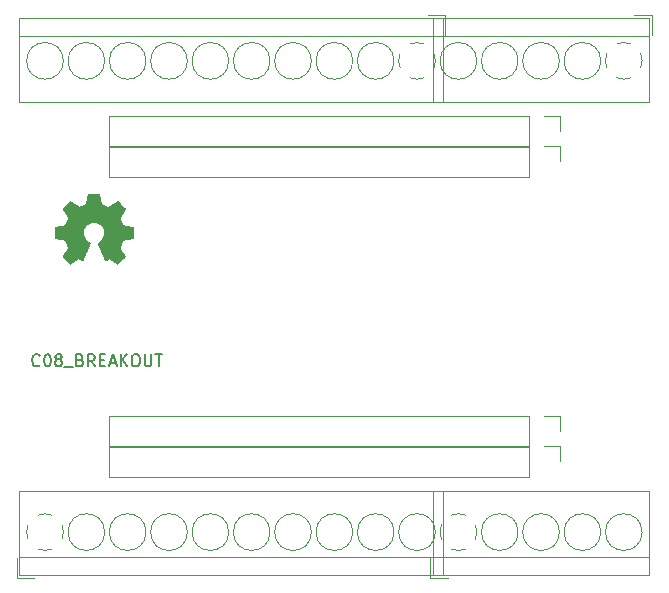
<source format=gbr>
G04 #@! TF.GenerationSoftware,KiCad,Pcbnew,5.1.5-52549c5~86~ubuntu18.04.1*
G04 #@! TF.CreationDate,2020-09-23T16:05:52-05:00*
G04 #@! TF.ProjectId,C08,4330382e-6b69-4636-9164-5f7063625858,rev?*
G04 #@! TF.SameCoordinates,Original*
G04 #@! TF.FileFunction,Legend,Top*
G04 #@! TF.FilePolarity,Positive*
%FSLAX46Y46*%
G04 Gerber Fmt 4.6, Leading zero omitted, Abs format (unit mm)*
G04 Created by KiCad (PCBNEW 5.1.5-52549c5~86~ubuntu18.04.1) date 2020-09-23 16:05:52*
%MOMM*%
%LPD*%
G04 APERTURE LIST*
%ADD10C,0.150000*%
%ADD11C,0.120000*%
%ADD12C,0.010000*%
G04 APERTURE END LIST*
D10*
X24249666Y-49937942D02*
X24202047Y-49985561D01*
X24059190Y-50033180D01*
X23963952Y-50033180D01*
X23821095Y-49985561D01*
X23725857Y-49890323D01*
X23678238Y-49795085D01*
X23630619Y-49604609D01*
X23630619Y-49461752D01*
X23678238Y-49271276D01*
X23725857Y-49176038D01*
X23821095Y-49080800D01*
X23963952Y-49033180D01*
X24059190Y-49033180D01*
X24202047Y-49080800D01*
X24249666Y-49128419D01*
X24868714Y-49033180D02*
X24963952Y-49033180D01*
X25059190Y-49080800D01*
X25106809Y-49128419D01*
X25154428Y-49223657D01*
X25202047Y-49414133D01*
X25202047Y-49652228D01*
X25154428Y-49842704D01*
X25106809Y-49937942D01*
X25059190Y-49985561D01*
X24963952Y-50033180D01*
X24868714Y-50033180D01*
X24773476Y-49985561D01*
X24725857Y-49937942D01*
X24678238Y-49842704D01*
X24630619Y-49652228D01*
X24630619Y-49414133D01*
X24678238Y-49223657D01*
X24725857Y-49128419D01*
X24773476Y-49080800D01*
X24868714Y-49033180D01*
X25773476Y-49461752D02*
X25678238Y-49414133D01*
X25630619Y-49366514D01*
X25583000Y-49271276D01*
X25583000Y-49223657D01*
X25630619Y-49128419D01*
X25678238Y-49080800D01*
X25773476Y-49033180D01*
X25963952Y-49033180D01*
X26059190Y-49080800D01*
X26106809Y-49128419D01*
X26154428Y-49223657D01*
X26154428Y-49271276D01*
X26106809Y-49366514D01*
X26059190Y-49414133D01*
X25963952Y-49461752D01*
X25773476Y-49461752D01*
X25678238Y-49509371D01*
X25630619Y-49556990D01*
X25583000Y-49652228D01*
X25583000Y-49842704D01*
X25630619Y-49937942D01*
X25678238Y-49985561D01*
X25773476Y-50033180D01*
X25963952Y-50033180D01*
X26059190Y-49985561D01*
X26106809Y-49937942D01*
X26154428Y-49842704D01*
X26154428Y-49652228D01*
X26106809Y-49556990D01*
X26059190Y-49509371D01*
X25963952Y-49461752D01*
X26344904Y-50128419D02*
X27106809Y-50128419D01*
X27678238Y-49509371D02*
X27821095Y-49556990D01*
X27868714Y-49604609D01*
X27916333Y-49699847D01*
X27916333Y-49842704D01*
X27868714Y-49937942D01*
X27821095Y-49985561D01*
X27725857Y-50033180D01*
X27344904Y-50033180D01*
X27344904Y-49033180D01*
X27678238Y-49033180D01*
X27773476Y-49080800D01*
X27821095Y-49128419D01*
X27868714Y-49223657D01*
X27868714Y-49318895D01*
X27821095Y-49414133D01*
X27773476Y-49461752D01*
X27678238Y-49509371D01*
X27344904Y-49509371D01*
X28916333Y-50033180D02*
X28583000Y-49556990D01*
X28344904Y-50033180D02*
X28344904Y-49033180D01*
X28725857Y-49033180D01*
X28821095Y-49080800D01*
X28868714Y-49128419D01*
X28916333Y-49223657D01*
X28916333Y-49366514D01*
X28868714Y-49461752D01*
X28821095Y-49509371D01*
X28725857Y-49556990D01*
X28344904Y-49556990D01*
X29344904Y-49509371D02*
X29678238Y-49509371D01*
X29821095Y-50033180D02*
X29344904Y-50033180D01*
X29344904Y-49033180D01*
X29821095Y-49033180D01*
X30202047Y-49747466D02*
X30678238Y-49747466D01*
X30106809Y-50033180D02*
X30440142Y-49033180D01*
X30773476Y-50033180D01*
X31106809Y-50033180D02*
X31106809Y-49033180D01*
X31678238Y-50033180D02*
X31249666Y-49461752D01*
X31678238Y-49033180D02*
X31106809Y-49604609D01*
X32297285Y-49033180D02*
X32487761Y-49033180D01*
X32583000Y-49080800D01*
X32678238Y-49176038D01*
X32725857Y-49366514D01*
X32725857Y-49699847D01*
X32678238Y-49890323D01*
X32583000Y-49985561D01*
X32487761Y-50033180D01*
X32297285Y-50033180D01*
X32202047Y-49985561D01*
X32106809Y-49890323D01*
X32059190Y-49699847D01*
X32059190Y-49366514D01*
X32106809Y-49176038D01*
X32202047Y-49080800D01*
X32297285Y-49033180D01*
X33154428Y-49033180D02*
X33154428Y-49842704D01*
X33202047Y-49937942D01*
X33249666Y-49985561D01*
X33344904Y-50033180D01*
X33535380Y-50033180D01*
X33630619Y-49985561D01*
X33678238Y-49937942D01*
X33725857Y-49842704D01*
X33725857Y-49033180D01*
X34059190Y-49033180D02*
X34630619Y-49033180D01*
X34344904Y-50033180D02*
X34344904Y-49033180D01*
D11*
X68320000Y-54230000D02*
X68320000Y-55560000D01*
X66990000Y-54230000D02*
X68320000Y-54230000D01*
X65720000Y-54230000D02*
X65720000Y-56890000D01*
X65720000Y-56890000D02*
X30100000Y-56890000D01*
X65720000Y-54230000D02*
X30100000Y-54230000D01*
X30100000Y-54230000D02*
X30100000Y-56890000D01*
X68320000Y-31370000D02*
X68320000Y-32700000D01*
X66990000Y-31370000D02*
X68320000Y-31370000D01*
X65720000Y-31370000D02*
X65720000Y-34030000D01*
X65720000Y-34030000D02*
X30100000Y-34030000D01*
X65720000Y-31370000D02*
X30100000Y-31370000D01*
X30100000Y-31370000D02*
X30100000Y-34030000D01*
X57310000Y-67979200D02*
X58810000Y-67979200D01*
X57310000Y-66239200D02*
X57310000Y-67979200D01*
X75870000Y-60619200D02*
X75870000Y-67739200D01*
X57550000Y-60619200D02*
X57550000Y-67739200D01*
X57550000Y-67739200D02*
X75870000Y-67739200D01*
X57550000Y-60619200D02*
X75870000Y-60619200D01*
X57550000Y-66179200D02*
X75870000Y-66179200D01*
X75265000Y-64079200D02*
G75*
G03X75265000Y-64079200I-1555000J0D01*
G01*
X71765000Y-64079200D02*
G75*
G03X71765000Y-64079200I-1555000J0D01*
G01*
X68265000Y-64079200D02*
G75*
G03X68265000Y-64079200I-1555000J0D01*
G01*
X64765000Y-64079200D02*
G75*
G03X64765000Y-64079200I-1555000J0D01*
G01*
X59737011Y-65634692D02*
G75*
G02X59102000Y-65511200I-27011J1555492D01*
G01*
X58277891Y-64686942D02*
G75*
G02X58278000Y-63471200I1432109J607742D01*
G01*
X59102258Y-62647091D02*
G75*
G02X60318000Y-62647200I607742J-1432109D01*
G01*
X61142109Y-63471458D02*
G75*
G02X61142000Y-64687200I-1432109J-607742D01*
G01*
X60317587Y-65510585D02*
G75*
G02X59710000Y-65634200I-607587J1431385D01*
G01*
X68320000Y-56770000D02*
X68320000Y-58100000D01*
X66990000Y-56770000D02*
X68320000Y-56770000D01*
X65720000Y-56770000D02*
X65720000Y-59430000D01*
X65720000Y-59430000D02*
X30100000Y-59430000D01*
X65720000Y-56770000D02*
X30100000Y-56770000D01*
X30100000Y-56770000D02*
X30100000Y-59430000D01*
X68320000Y-28830000D02*
X68320000Y-30160000D01*
X66990000Y-28830000D02*
X68320000Y-28830000D01*
X65720000Y-28830000D02*
X65720000Y-31490000D01*
X65720000Y-31490000D02*
X30100000Y-31490000D01*
X65720000Y-28830000D02*
X30100000Y-28830000D01*
X30100000Y-28830000D02*
X30100000Y-31490000D01*
X76110000Y-20280800D02*
X74610000Y-20280800D01*
X76110000Y-22020800D02*
X76110000Y-20280800D01*
X57550000Y-27640800D02*
X57550000Y-20520800D01*
X75870000Y-27640800D02*
X75870000Y-20520800D01*
X75870000Y-20520800D02*
X57550000Y-20520800D01*
X75870000Y-27640800D02*
X57550000Y-27640800D01*
X75870000Y-22080800D02*
X57550000Y-22080800D01*
X61265000Y-24180800D02*
G75*
G03X61265000Y-24180800I-1555000J0D01*
G01*
X64765000Y-24180800D02*
G75*
G03X64765000Y-24180800I-1555000J0D01*
G01*
X68265000Y-24180800D02*
G75*
G03X68265000Y-24180800I-1555000J0D01*
G01*
X71765000Y-24180800D02*
G75*
G03X71765000Y-24180800I-1555000J0D01*
G01*
X73682989Y-22625308D02*
G75*
G02X74318000Y-22748800I27011J-1555492D01*
G01*
X75142109Y-23573058D02*
G75*
G02X75142000Y-24788800I-1432109J-607742D01*
G01*
X74317742Y-25612909D02*
G75*
G02X73102000Y-25612800I-607742J1432109D01*
G01*
X72277891Y-24788542D02*
G75*
G02X72278000Y-23572800I1432109J607742D01*
G01*
X73102413Y-22749415D02*
G75*
G02X73710000Y-22625800I607587J-1431385D01*
G01*
D12*
G36*
X29384814Y-35873731D02*
G01*
X29468635Y-36318355D01*
X29777920Y-36445853D01*
X30087206Y-36573351D01*
X30458246Y-36321046D01*
X30562157Y-36250796D01*
X30656087Y-36188072D01*
X30735652Y-36135738D01*
X30796470Y-36096657D01*
X30834157Y-36073693D01*
X30844421Y-36068742D01*
X30862910Y-36081476D01*
X30902420Y-36116682D01*
X30958522Y-36169862D01*
X31026787Y-36236518D01*
X31102786Y-36312154D01*
X31182092Y-36392272D01*
X31260275Y-36472374D01*
X31332907Y-36547964D01*
X31395559Y-36614545D01*
X31443803Y-36667618D01*
X31473210Y-36702687D01*
X31480241Y-36714423D01*
X31470123Y-36736060D01*
X31441759Y-36783462D01*
X31398129Y-36851993D01*
X31342218Y-36937015D01*
X31277006Y-37033893D01*
X31239219Y-37089150D01*
X31170343Y-37190048D01*
X31109140Y-37281099D01*
X31058578Y-37357770D01*
X31021628Y-37415528D01*
X31001258Y-37449843D01*
X30998197Y-37457054D01*
X31005136Y-37477548D01*
X31024051Y-37525313D01*
X31052087Y-37593632D01*
X31086391Y-37675789D01*
X31124109Y-37765070D01*
X31162387Y-37854758D01*
X31198370Y-37938138D01*
X31229206Y-38008494D01*
X31252039Y-38059110D01*
X31264017Y-38083271D01*
X31264724Y-38084222D01*
X31283531Y-38088836D01*
X31333618Y-38099128D01*
X31409793Y-38114087D01*
X31506865Y-38132701D01*
X31619643Y-38153959D01*
X31685442Y-38166218D01*
X31805950Y-38189162D01*
X31914797Y-38210995D01*
X32006476Y-38230522D01*
X32075481Y-38246548D01*
X32116304Y-38257879D01*
X32124511Y-38261474D01*
X32132548Y-38285806D01*
X32139033Y-38340759D01*
X32143970Y-38419908D01*
X32147364Y-38516826D01*
X32149218Y-38625087D01*
X32149538Y-38738265D01*
X32148327Y-38849935D01*
X32145590Y-38953668D01*
X32141331Y-39043041D01*
X32135555Y-39111626D01*
X32128267Y-39152997D01*
X32123895Y-39161610D01*
X32097764Y-39171933D01*
X32042393Y-39186692D01*
X31965107Y-39204152D01*
X31873230Y-39222580D01*
X31841158Y-39228541D01*
X31686524Y-39256866D01*
X31564375Y-39279676D01*
X31470673Y-39297880D01*
X31401384Y-39312383D01*
X31352471Y-39324092D01*
X31319897Y-39333915D01*
X31299628Y-39342756D01*
X31287626Y-39351524D01*
X31285947Y-39353257D01*
X31269184Y-39381171D01*
X31243614Y-39435495D01*
X31211788Y-39509577D01*
X31176260Y-39596765D01*
X31139583Y-39690408D01*
X31104311Y-39783852D01*
X31072996Y-39870447D01*
X31048193Y-39943540D01*
X31032454Y-39996478D01*
X31028332Y-40022611D01*
X31028676Y-40023526D01*
X31042641Y-40044886D01*
X31074322Y-40091884D01*
X31120391Y-40159627D01*
X31177518Y-40243223D01*
X31242373Y-40337782D01*
X31260843Y-40364654D01*
X31326699Y-40462075D01*
X31384650Y-40550963D01*
X31431538Y-40626212D01*
X31464207Y-40682720D01*
X31479500Y-40715381D01*
X31480241Y-40719393D01*
X31467392Y-40740484D01*
X31431888Y-40782264D01*
X31378293Y-40840245D01*
X31311171Y-40909935D01*
X31235087Y-40986845D01*
X31154604Y-41066483D01*
X31074287Y-41144361D01*
X30998699Y-41215986D01*
X30932405Y-41276870D01*
X30879969Y-41322521D01*
X30845955Y-41348450D01*
X30836545Y-41352683D01*
X30814643Y-41342712D01*
X30769800Y-41315820D01*
X30709321Y-41276536D01*
X30662789Y-41244917D01*
X30578475Y-41186898D01*
X30478626Y-41118584D01*
X30378473Y-41050379D01*
X30324627Y-41013875D01*
X30142371Y-40890600D01*
X29989381Y-40973320D01*
X29919682Y-41009559D01*
X29860414Y-41037726D01*
X29820311Y-41053791D01*
X29810103Y-41056026D01*
X29797829Y-41039522D01*
X29773613Y-40992882D01*
X29739263Y-40920409D01*
X29696588Y-40826406D01*
X29647394Y-40715174D01*
X29593490Y-40591015D01*
X29536684Y-40458232D01*
X29478782Y-40321127D01*
X29421593Y-40184002D01*
X29366924Y-40051158D01*
X29316584Y-39926898D01*
X29272380Y-39815525D01*
X29236119Y-39721339D01*
X29209609Y-39648644D01*
X29194658Y-39601741D01*
X29192254Y-39585633D01*
X29211311Y-39565086D01*
X29253036Y-39531733D01*
X29308706Y-39492502D01*
X29313378Y-39489399D01*
X29457264Y-39374223D01*
X29573283Y-39239853D01*
X29660430Y-39090584D01*
X29717699Y-38930713D01*
X29744086Y-38764537D01*
X29738585Y-38596352D01*
X29700190Y-38430455D01*
X29627895Y-38271142D01*
X29606626Y-38236287D01*
X29495996Y-38095537D01*
X29365302Y-37982514D01*
X29219064Y-37897803D01*
X29061808Y-37841994D01*
X28898057Y-37815674D01*
X28732333Y-37819430D01*
X28569162Y-37853850D01*
X28413065Y-37919523D01*
X28268567Y-38017035D01*
X28223869Y-38056613D01*
X28110112Y-38180503D01*
X28027218Y-38310924D01*
X27970356Y-38457115D01*
X27938687Y-38601888D01*
X27930869Y-38764660D01*
X27956938Y-38928240D01*
X28014245Y-39087098D01*
X28100144Y-39235706D01*
X28211986Y-39368535D01*
X28347123Y-39480056D01*
X28364883Y-39491811D01*
X28421150Y-39530308D01*
X28463923Y-39563663D01*
X28484372Y-39584960D01*
X28484669Y-39585633D01*
X28480279Y-39608671D01*
X28462876Y-39660957D01*
X28434268Y-39738190D01*
X28396265Y-39836068D01*
X28350674Y-39950291D01*
X28299303Y-40076558D01*
X28243962Y-40210567D01*
X28186458Y-40348018D01*
X28128601Y-40484608D01*
X28072198Y-40616037D01*
X28019058Y-40738005D01*
X27970990Y-40846209D01*
X27929801Y-40936349D01*
X27897301Y-41004123D01*
X27875297Y-41045230D01*
X27866436Y-41056026D01*
X27839360Y-41047619D01*
X27788697Y-41025072D01*
X27723183Y-40992413D01*
X27687159Y-40973320D01*
X27534168Y-40890600D01*
X27351912Y-41013875D01*
X27258875Y-41077028D01*
X27157015Y-41146527D01*
X27061562Y-41211965D01*
X27013750Y-41244917D01*
X26946505Y-41290073D01*
X26889564Y-41325857D01*
X26850354Y-41347738D01*
X26837619Y-41352363D01*
X26819083Y-41339885D01*
X26778059Y-41305052D01*
X26718525Y-41251478D01*
X26644458Y-41182783D01*
X26559835Y-41102581D01*
X26506315Y-41051086D01*
X26412681Y-40959086D01*
X26331759Y-40876799D01*
X26266823Y-40807745D01*
X26221142Y-40755444D01*
X26197989Y-40723416D01*
X26195768Y-40716916D01*
X26206076Y-40692194D01*
X26234561Y-40642205D01*
X26278063Y-40572012D01*
X26333423Y-40486675D01*
X26397480Y-40391256D01*
X26415697Y-40364654D01*
X26482073Y-40267967D01*
X26541622Y-40180917D01*
X26591016Y-40108395D01*
X26626925Y-40055293D01*
X26646019Y-40026503D01*
X26647864Y-40023526D01*
X26645105Y-40000582D01*
X26630462Y-39950136D01*
X26606487Y-39878841D01*
X26575734Y-39793347D01*
X26540756Y-39700307D01*
X26504107Y-39606374D01*
X26468339Y-39518199D01*
X26436006Y-39442434D01*
X26409662Y-39385731D01*
X26391858Y-39354743D01*
X26390593Y-39353257D01*
X26379706Y-39344401D01*
X26361318Y-39335643D01*
X26331394Y-39326077D01*
X26285897Y-39314796D01*
X26220791Y-39300893D01*
X26132039Y-39283463D01*
X26015607Y-39261598D01*
X25867458Y-39234391D01*
X25835382Y-39228541D01*
X25740314Y-39210174D01*
X25657435Y-39192205D01*
X25594070Y-39176369D01*
X25557542Y-39164400D01*
X25552644Y-39161610D01*
X25544573Y-39136872D01*
X25538013Y-39081590D01*
X25532967Y-39002189D01*
X25529441Y-38905096D01*
X25527439Y-38796738D01*
X25526964Y-38683540D01*
X25528023Y-38571928D01*
X25530618Y-38468329D01*
X25534754Y-38379168D01*
X25540437Y-38310872D01*
X25547669Y-38269866D01*
X25552029Y-38261474D01*
X25576302Y-38253008D01*
X25631574Y-38239235D01*
X25712338Y-38221350D01*
X25813088Y-38200548D01*
X25928317Y-38178023D01*
X25991098Y-38166218D01*
X26110213Y-38143951D01*
X26216435Y-38123779D01*
X26304573Y-38106715D01*
X26369434Y-38093769D01*
X26405826Y-38085955D01*
X26411816Y-38084222D01*
X26421939Y-38064690D01*
X26443338Y-38017643D01*
X26473161Y-37949803D01*
X26508555Y-37867891D01*
X26546668Y-37778628D01*
X26584647Y-37688735D01*
X26619640Y-37604935D01*
X26648794Y-37533947D01*
X26669257Y-37482494D01*
X26678177Y-37457297D01*
X26678343Y-37456196D01*
X26668231Y-37436319D01*
X26639883Y-37390577D01*
X26596277Y-37323517D01*
X26540394Y-37239684D01*
X26475213Y-37143626D01*
X26437321Y-37088450D01*
X26368275Y-36987281D01*
X26306950Y-36895430D01*
X26256337Y-36817544D01*
X26219429Y-36758269D01*
X26199218Y-36722251D01*
X26196299Y-36714177D01*
X26208847Y-36695384D01*
X26243537Y-36655257D01*
X26295937Y-36598293D01*
X26361616Y-36528985D01*
X26436144Y-36451831D01*
X26515087Y-36371325D01*
X26594017Y-36291963D01*
X26668500Y-36218240D01*
X26734106Y-36154652D01*
X26786404Y-36105694D01*
X26820961Y-36075861D01*
X26832522Y-36068742D01*
X26851346Y-36078753D01*
X26896369Y-36106878D01*
X26963213Y-36150254D01*
X27047501Y-36206018D01*
X27144856Y-36271306D01*
X27218293Y-36321046D01*
X27589333Y-36573351D01*
X28207905Y-36318355D01*
X28291725Y-35873731D01*
X28375546Y-35429107D01*
X29300994Y-35429107D01*
X29384814Y-35873731D01*
G37*
X29384814Y-35873731D02*
X29468635Y-36318355D01*
X29777920Y-36445853D01*
X30087206Y-36573351D01*
X30458246Y-36321046D01*
X30562157Y-36250796D01*
X30656087Y-36188072D01*
X30735652Y-36135738D01*
X30796470Y-36096657D01*
X30834157Y-36073693D01*
X30844421Y-36068742D01*
X30862910Y-36081476D01*
X30902420Y-36116682D01*
X30958522Y-36169862D01*
X31026787Y-36236518D01*
X31102786Y-36312154D01*
X31182092Y-36392272D01*
X31260275Y-36472374D01*
X31332907Y-36547964D01*
X31395559Y-36614545D01*
X31443803Y-36667618D01*
X31473210Y-36702687D01*
X31480241Y-36714423D01*
X31470123Y-36736060D01*
X31441759Y-36783462D01*
X31398129Y-36851993D01*
X31342218Y-36937015D01*
X31277006Y-37033893D01*
X31239219Y-37089150D01*
X31170343Y-37190048D01*
X31109140Y-37281099D01*
X31058578Y-37357770D01*
X31021628Y-37415528D01*
X31001258Y-37449843D01*
X30998197Y-37457054D01*
X31005136Y-37477548D01*
X31024051Y-37525313D01*
X31052087Y-37593632D01*
X31086391Y-37675789D01*
X31124109Y-37765070D01*
X31162387Y-37854758D01*
X31198370Y-37938138D01*
X31229206Y-38008494D01*
X31252039Y-38059110D01*
X31264017Y-38083271D01*
X31264724Y-38084222D01*
X31283531Y-38088836D01*
X31333618Y-38099128D01*
X31409793Y-38114087D01*
X31506865Y-38132701D01*
X31619643Y-38153959D01*
X31685442Y-38166218D01*
X31805950Y-38189162D01*
X31914797Y-38210995D01*
X32006476Y-38230522D01*
X32075481Y-38246548D01*
X32116304Y-38257879D01*
X32124511Y-38261474D01*
X32132548Y-38285806D01*
X32139033Y-38340759D01*
X32143970Y-38419908D01*
X32147364Y-38516826D01*
X32149218Y-38625087D01*
X32149538Y-38738265D01*
X32148327Y-38849935D01*
X32145590Y-38953668D01*
X32141331Y-39043041D01*
X32135555Y-39111626D01*
X32128267Y-39152997D01*
X32123895Y-39161610D01*
X32097764Y-39171933D01*
X32042393Y-39186692D01*
X31965107Y-39204152D01*
X31873230Y-39222580D01*
X31841158Y-39228541D01*
X31686524Y-39256866D01*
X31564375Y-39279676D01*
X31470673Y-39297880D01*
X31401384Y-39312383D01*
X31352471Y-39324092D01*
X31319897Y-39333915D01*
X31299628Y-39342756D01*
X31287626Y-39351524D01*
X31285947Y-39353257D01*
X31269184Y-39381171D01*
X31243614Y-39435495D01*
X31211788Y-39509577D01*
X31176260Y-39596765D01*
X31139583Y-39690408D01*
X31104311Y-39783852D01*
X31072996Y-39870447D01*
X31048193Y-39943540D01*
X31032454Y-39996478D01*
X31028332Y-40022611D01*
X31028676Y-40023526D01*
X31042641Y-40044886D01*
X31074322Y-40091884D01*
X31120391Y-40159627D01*
X31177518Y-40243223D01*
X31242373Y-40337782D01*
X31260843Y-40364654D01*
X31326699Y-40462075D01*
X31384650Y-40550963D01*
X31431538Y-40626212D01*
X31464207Y-40682720D01*
X31479500Y-40715381D01*
X31480241Y-40719393D01*
X31467392Y-40740484D01*
X31431888Y-40782264D01*
X31378293Y-40840245D01*
X31311171Y-40909935D01*
X31235087Y-40986845D01*
X31154604Y-41066483D01*
X31074287Y-41144361D01*
X30998699Y-41215986D01*
X30932405Y-41276870D01*
X30879969Y-41322521D01*
X30845955Y-41348450D01*
X30836545Y-41352683D01*
X30814643Y-41342712D01*
X30769800Y-41315820D01*
X30709321Y-41276536D01*
X30662789Y-41244917D01*
X30578475Y-41186898D01*
X30478626Y-41118584D01*
X30378473Y-41050379D01*
X30324627Y-41013875D01*
X30142371Y-40890600D01*
X29989381Y-40973320D01*
X29919682Y-41009559D01*
X29860414Y-41037726D01*
X29820311Y-41053791D01*
X29810103Y-41056026D01*
X29797829Y-41039522D01*
X29773613Y-40992882D01*
X29739263Y-40920409D01*
X29696588Y-40826406D01*
X29647394Y-40715174D01*
X29593490Y-40591015D01*
X29536684Y-40458232D01*
X29478782Y-40321127D01*
X29421593Y-40184002D01*
X29366924Y-40051158D01*
X29316584Y-39926898D01*
X29272380Y-39815525D01*
X29236119Y-39721339D01*
X29209609Y-39648644D01*
X29194658Y-39601741D01*
X29192254Y-39585633D01*
X29211311Y-39565086D01*
X29253036Y-39531733D01*
X29308706Y-39492502D01*
X29313378Y-39489399D01*
X29457264Y-39374223D01*
X29573283Y-39239853D01*
X29660430Y-39090584D01*
X29717699Y-38930713D01*
X29744086Y-38764537D01*
X29738585Y-38596352D01*
X29700190Y-38430455D01*
X29627895Y-38271142D01*
X29606626Y-38236287D01*
X29495996Y-38095537D01*
X29365302Y-37982514D01*
X29219064Y-37897803D01*
X29061808Y-37841994D01*
X28898057Y-37815674D01*
X28732333Y-37819430D01*
X28569162Y-37853850D01*
X28413065Y-37919523D01*
X28268567Y-38017035D01*
X28223869Y-38056613D01*
X28110112Y-38180503D01*
X28027218Y-38310924D01*
X27970356Y-38457115D01*
X27938687Y-38601888D01*
X27930869Y-38764660D01*
X27956938Y-38928240D01*
X28014245Y-39087098D01*
X28100144Y-39235706D01*
X28211986Y-39368535D01*
X28347123Y-39480056D01*
X28364883Y-39491811D01*
X28421150Y-39530308D01*
X28463923Y-39563663D01*
X28484372Y-39584960D01*
X28484669Y-39585633D01*
X28480279Y-39608671D01*
X28462876Y-39660957D01*
X28434268Y-39738190D01*
X28396265Y-39836068D01*
X28350674Y-39950291D01*
X28299303Y-40076558D01*
X28243962Y-40210567D01*
X28186458Y-40348018D01*
X28128601Y-40484608D01*
X28072198Y-40616037D01*
X28019058Y-40738005D01*
X27970990Y-40846209D01*
X27929801Y-40936349D01*
X27897301Y-41004123D01*
X27875297Y-41045230D01*
X27866436Y-41056026D01*
X27839360Y-41047619D01*
X27788697Y-41025072D01*
X27723183Y-40992413D01*
X27687159Y-40973320D01*
X27534168Y-40890600D01*
X27351912Y-41013875D01*
X27258875Y-41077028D01*
X27157015Y-41146527D01*
X27061562Y-41211965D01*
X27013750Y-41244917D01*
X26946505Y-41290073D01*
X26889564Y-41325857D01*
X26850354Y-41347738D01*
X26837619Y-41352363D01*
X26819083Y-41339885D01*
X26778059Y-41305052D01*
X26718525Y-41251478D01*
X26644458Y-41182783D01*
X26559835Y-41102581D01*
X26506315Y-41051086D01*
X26412681Y-40959086D01*
X26331759Y-40876799D01*
X26266823Y-40807745D01*
X26221142Y-40755444D01*
X26197989Y-40723416D01*
X26195768Y-40716916D01*
X26206076Y-40692194D01*
X26234561Y-40642205D01*
X26278063Y-40572012D01*
X26333423Y-40486675D01*
X26397480Y-40391256D01*
X26415697Y-40364654D01*
X26482073Y-40267967D01*
X26541622Y-40180917D01*
X26591016Y-40108395D01*
X26626925Y-40055293D01*
X26646019Y-40026503D01*
X26647864Y-40023526D01*
X26645105Y-40000582D01*
X26630462Y-39950136D01*
X26606487Y-39878841D01*
X26575734Y-39793347D01*
X26540756Y-39700307D01*
X26504107Y-39606374D01*
X26468339Y-39518199D01*
X26436006Y-39442434D01*
X26409662Y-39385731D01*
X26391858Y-39354743D01*
X26390593Y-39353257D01*
X26379706Y-39344401D01*
X26361318Y-39335643D01*
X26331394Y-39326077D01*
X26285897Y-39314796D01*
X26220791Y-39300893D01*
X26132039Y-39283463D01*
X26015607Y-39261598D01*
X25867458Y-39234391D01*
X25835382Y-39228541D01*
X25740314Y-39210174D01*
X25657435Y-39192205D01*
X25594070Y-39176369D01*
X25557542Y-39164400D01*
X25552644Y-39161610D01*
X25544573Y-39136872D01*
X25538013Y-39081590D01*
X25532967Y-39002189D01*
X25529441Y-38905096D01*
X25527439Y-38796738D01*
X25526964Y-38683540D01*
X25528023Y-38571928D01*
X25530618Y-38468329D01*
X25534754Y-38379168D01*
X25540437Y-38310872D01*
X25547669Y-38269866D01*
X25552029Y-38261474D01*
X25576302Y-38253008D01*
X25631574Y-38239235D01*
X25712338Y-38221350D01*
X25813088Y-38200548D01*
X25928317Y-38178023D01*
X25991098Y-38166218D01*
X26110213Y-38143951D01*
X26216435Y-38123779D01*
X26304573Y-38106715D01*
X26369434Y-38093769D01*
X26405826Y-38085955D01*
X26411816Y-38084222D01*
X26421939Y-38064690D01*
X26443338Y-38017643D01*
X26473161Y-37949803D01*
X26508555Y-37867891D01*
X26546668Y-37778628D01*
X26584647Y-37688735D01*
X26619640Y-37604935D01*
X26648794Y-37533947D01*
X26669257Y-37482494D01*
X26678177Y-37457297D01*
X26678343Y-37456196D01*
X26668231Y-37436319D01*
X26639883Y-37390577D01*
X26596277Y-37323517D01*
X26540394Y-37239684D01*
X26475213Y-37143626D01*
X26437321Y-37088450D01*
X26368275Y-36987281D01*
X26306950Y-36895430D01*
X26256337Y-36817544D01*
X26219429Y-36758269D01*
X26199218Y-36722251D01*
X26196299Y-36714177D01*
X26208847Y-36695384D01*
X26243537Y-36655257D01*
X26295937Y-36598293D01*
X26361616Y-36528985D01*
X26436144Y-36451831D01*
X26515087Y-36371325D01*
X26594017Y-36291963D01*
X26668500Y-36218240D01*
X26734106Y-36154652D01*
X26786404Y-36105694D01*
X26820961Y-36075861D01*
X26832522Y-36068742D01*
X26851346Y-36078753D01*
X26896369Y-36106878D01*
X26963213Y-36150254D01*
X27047501Y-36206018D01*
X27144856Y-36271306D01*
X27218293Y-36321046D01*
X27589333Y-36573351D01*
X28207905Y-36318355D01*
X28291725Y-35873731D01*
X28375546Y-35429107D01*
X29300994Y-35429107D01*
X29384814Y-35873731D01*
D11*
X22310000Y-67979200D02*
X23810000Y-67979200D01*
X22310000Y-66239200D02*
X22310000Y-67979200D01*
X58370000Y-60619200D02*
X58370000Y-67739200D01*
X22550000Y-60619200D02*
X22550000Y-67739200D01*
X22550000Y-67739200D02*
X58370000Y-67739200D01*
X22550000Y-60619200D02*
X58370000Y-60619200D01*
X22550000Y-66179200D02*
X58370000Y-66179200D01*
X57765000Y-64079200D02*
G75*
G03X57765000Y-64079200I-1555000J0D01*
G01*
X54265000Y-64079200D02*
G75*
G03X54265000Y-64079200I-1555000J0D01*
G01*
X50765000Y-64079200D02*
G75*
G03X50765000Y-64079200I-1555000J0D01*
G01*
X47265000Y-64079200D02*
G75*
G03X47265000Y-64079200I-1555000J0D01*
G01*
X43765000Y-64079200D02*
G75*
G03X43765000Y-64079200I-1555000J0D01*
G01*
X40265000Y-64079200D02*
G75*
G03X40265000Y-64079200I-1555000J0D01*
G01*
X36765000Y-64079200D02*
G75*
G03X36765000Y-64079200I-1555000J0D01*
G01*
X33265000Y-64079200D02*
G75*
G03X33265000Y-64079200I-1555000J0D01*
G01*
X29765000Y-64079200D02*
G75*
G03X29765000Y-64079200I-1555000J0D01*
G01*
X24737011Y-65634692D02*
G75*
G02X24102000Y-65511200I-27011J1555492D01*
G01*
X23277891Y-64686942D02*
G75*
G02X23278000Y-63471200I1432109J607742D01*
G01*
X24102258Y-62647091D02*
G75*
G02X25318000Y-62647200I607742J-1432109D01*
G01*
X26142109Y-63471458D02*
G75*
G02X26142000Y-64687200I-1432109J-607742D01*
G01*
X25317587Y-65510585D02*
G75*
G02X24710000Y-65634200I-607587J1431385D01*
G01*
X55602413Y-22749415D02*
G75*
G02X56210000Y-22625800I607587J-1431385D01*
G01*
X54777891Y-24788542D02*
G75*
G02X54778000Y-23572800I1432109J607742D01*
G01*
X56817742Y-25612909D02*
G75*
G02X55602000Y-25612800I-607742J1432109D01*
G01*
X57642109Y-23573058D02*
G75*
G02X57642000Y-24788800I-1432109J-607742D01*
G01*
X56182989Y-22625308D02*
G75*
G02X56818000Y-22748800I27011J-1555492D01*
G01*
X54265000Y-24180800D02*
G75*
G03X54265000Y-24180800I-1555000J0D01*
G01*
X50765000Y-24180800D02*
G75*
G03X50765000Y-24180800I-1555000J0D01*
G01*
X47265000Y-24180800D02*
G75*
G03X47265000Y-24180800I-1555000J0D01*
G01*
X43765000Y-24180800D02*
G75*
G03X43765000Y-24180800I-1555000J0D01*
G01*
X40265000Y-24180800D02*
G75*
G03X40265000Y-24180800I-1555000J0D01*
G01*
X36765000Y-24180800D02*
G75*
G03X36765000Y-24180800I-1555000J0D01*
G01*
X33265000Y-24180800D02*
G75*
G03X33265000Y-24180800I-1555000J0D01*
G01*
X29765000Y-24180800D02*
G75*
G03X29765000Y-24180800I-1555000J0D01*
G01*
X26265000Y-24180800D02*
G75*
G03X26265000Y-24180800I-1555000J0D01*
G01*
X58370000Y-22080800D02*
X22550000Y-22080800D01*
X58370000Y-27640800D02*
X22550000Y-27640800D01*
X58370000Y-20520800D02*
X22550000Y-20520800D01*
X58370000Y-27640800D02*
X58370000Y-20520800D01*
X22550000Y-27640800D02*
X22550000Y-20520800D01*
X58610000Y-22020800D02*
X58610000Y-20280800D01*
X58610000Y-20280800D02*
X57110000Y-20280800D01*
M02*

</source>
